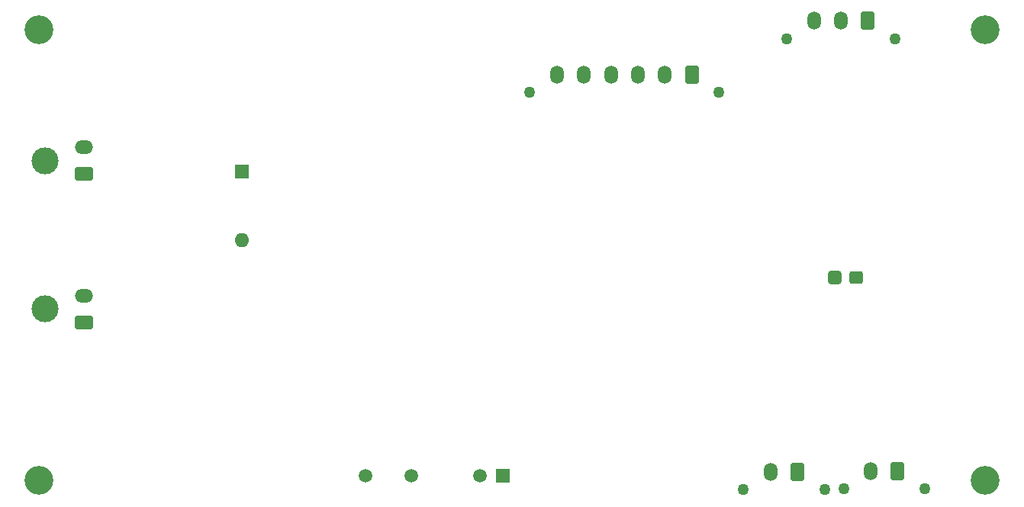
<source format=gbr>
%TF.GenerationSoftware,KiCad,Pcbnew,9.0.0*%
%TF.CreationDate,2025-07-11T04:59:07+08:00*%
%TF.ProjectId,tsal_g_v4.zip,7473616c-5f67-45f7-9634-2e7a69702e6b,rev?*%
%TF.SameCoordinates,Original*%
%TF.FileFunction,Soldermask,Bot*%
%TF.FilePolarity,Negative*%
%FSLAX46Y46*%
G04 Gerber Fmt 4.6, Leading zero omitted, Abs format (unit mm)*
G04 Created by KiCad (PCBNEW 9.0.0) date 2025-07-11 04:59:07*
%MOMM*%
%LPD*%
G01*
G04 APERTURE LIST*
G04 Aperture macros list*
%AMRoundRect*
0 Rectangle with rounded corners*
0 $1 Rounding radius*
0 $2 $3 $4 $5 $6 $7 $8 $9 X,Y pos of 4 corners*
0 Add a 4 corners polygon primitive as box body*
4,1,4,$2,$3,$4,$5,$6,$7,$8,$9,$2,$3,0*
0 Add four circle primitives for the rounded corners*
1,1,$1+$1,$2,$3*
1,1,$1+$1,$4,$5*
1,1,$1+$1,$6,$7*
1,1,$1+$1,$8,$9*
0 Add four rect primitives between the rounded corners*
20,1,$1+$1,$2,$3,$4,$5,0*
20,1,$1+$1,$4,$5,$6,$7,0*
20,1,$1+$1,$6,$7,$8,$9,0*
20,1,$1+$1,$8,$9,$2,$3,0*%
G04 Aperture macros list end*
%ADD10C,1.270000*%
%ADD11RoundRect,0.250001X0.499999X0.759999X-0.499999X0.759999X-0.499999X-0.759999X0.499999X-0.759999X0*%
%ADD12O,1.500000X2.020000*%
%ADD13R,1.600000X1.600000*%
%ADD14O,1.600000X1.600000*%
%ADD15C,3.200000*%
%ADD16C,3.000000*%
%ADD17RoundRect,0.250001X0.759999X-0.499999X0.759999X0.499999X-0.759999X0.499999X-0.759999X-0.499999X0*%
%ADD18O,2.020000X1.500000*%
%ADD19R,1.500000X1.500000*%
%ADD20C,1.500000*%
%ADD21RoundRect,0.305575X0.460025X0.412525X-0.460025X0.412525X-0.460025X-0.412525X0.460025X-0.412525X0*%
%ADD22RoundRect,0.308511X0.457089X0.416489X-0.457089X0.416489X-0.457089X-0.416489X0.457089X-0.416489X0*%
G04 APERTURE END LIST*
D10*
%TO.C,J7*%
X148700000Y-109000000D03*
X139700000Y-109000000D03*
D11*
X145700000Y-107040000D03*
D12*
X142700000Y-107040000D03*
%TD*%
D10*
%TO.C,J8*%
X156500000Y-58960000D03*
X144500000Y-58960000D03*
D11*
X153500000Y-57000000D03*
D12*
X150500000Y-57000000D03*
X147500000Y-57000000D03*
%TD*%
D13*
%TO.C,D1*%
X84000000Y-73725000D03*
D14*
X84000000Y-81345000D03*
%TD*%
D15*
%TO.C,H3*%
X166500000Y-108000000D03*
%TD*%
%TO.C,H4*%
X166500000Y-58000000D03*
%TD*%
D16*
%TO.C,J2*%
X62180000Y-89000000D03*
D17*
X66500000Y-90500000D03*
D18*
X66500000Y-87500000D03*
%TD*%
D19*
%TO.C,U3*%
X113000000Y-107500000D03*
D20*
X110460000Y-107500000D03*
X102840000Y-107500000D03*
X97760000Y-107500000D03*
%TD*%
D15*
%TO.C,H1*%
X61500000Y-58000000D03*
%TD*%
%TO.C,H2*%
X61500000Y-108000000D03*
%TD*%
D10*
%TO.C,J6*%
X159800000Y-108960000D03*
X150800000Y-108960000D03*
D11*
X156800000Y-107000000D03*
D12*
X153800000Y-107000000D03*
%TD*%
D10*
%TO.C,J3*%
X136978817Y-64933517D03*
X115978817Y-64933517D03*
D11*
X133978817Y-62973517D03*
D12*
X130978817Y-62973517D03*
X127978817Y-62973517D03*
X124978817Y-62973517D03*
X121978817Y-62973517D03*
X118978817Y-62973517D03*
%TD*%
D16*
%TO.C,J1*%
X62180000Y-72500000D03*
D17*
X66500000Y-74000000D03*
D18*
X66500000Y-71000000D03*
%TD*%
D21*
%TO.C,C17*%
X152215600Y-85493100D03*
D22*
X149784400Y-85500000D03*
%TD*%
M02*

</source>
